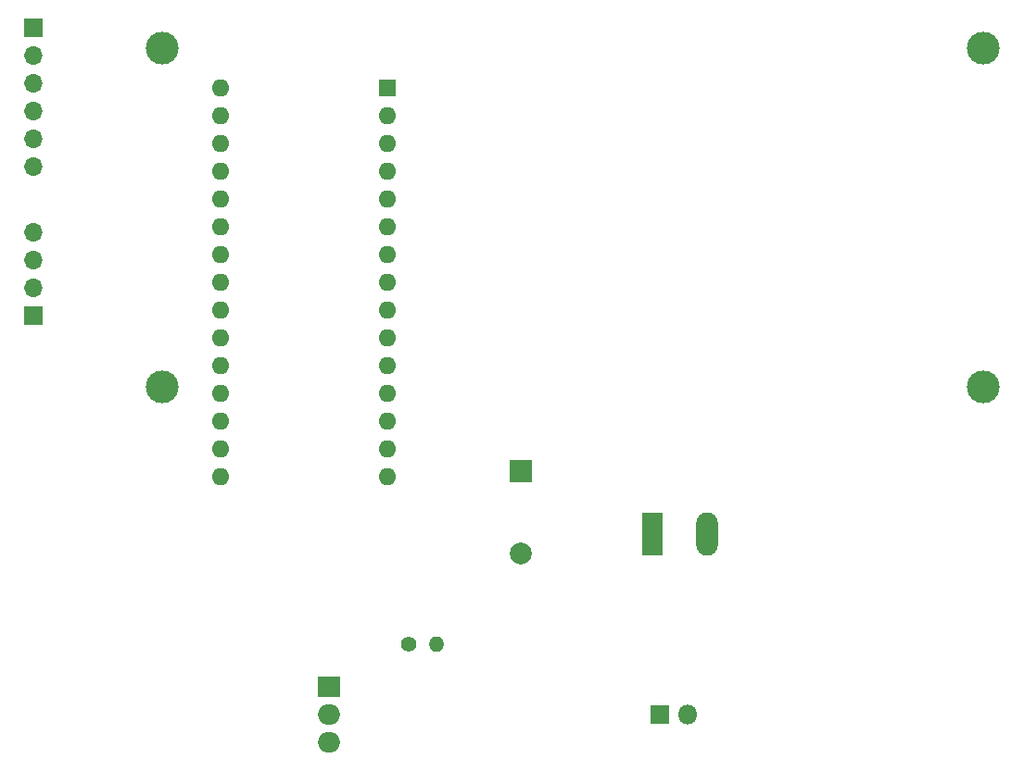
<source format=gbr>
%TF.GenerationSoftware,KiCad,Pcbnew,7.0.7-7.0.7~ubuntu22.04.1*%
%TF.CreationDate,2023-09-20T10:04:04-06:00*%
%TF.ProjectId,ph_meter,70685f6d-6574-4657-922e-6b696361645f,1.1 - E*%
%TF.SameCoordinates,Original*%
%TF.FileFunction,Soldermask,Bot*%
%TF.FilePolarity,Negative*%
%FSLAX46Y46*%
G04 Gerber Fmt 4.6, Leading zero omitted, Abs format (unit mm)*
G04 Created by KiCad (PCBNEW 7.0.7-7.0.7~ubuntu22.04.1) date 2023-09-20 10:04:04*
%MOMM*%
%LPD*%
G01*
G04 APERTURE LIST*
%ADD10C,1.400000*%
%ADD11O,1.400000X1.400000*%
%ADD12R,1.700000X1.700000*%
%ADD13O,1.700000X1.700000*%
%ADD14R,1.600000X1.600000*%
%ADD15O,1.600000X1.600000*%
%ADD16R,1.800000X1.800000*%
%ADD17O,1.800000X1.800000*%
%ADD18R,2.000000X2.000000*%
%ADD19C,2.000000*%
%ADD20R,1.980000X3.960000*%
%ADD21O,1.980000X3.960000*%
%ADD22C,3.000000*%
%ADD23R,2.000000X1.905000*%
%ADD24O,2.000000X1.905000*%
G04 APERTURE END LIST*
D10*
%TO.C,R1*%
X137780000Y-123080000D03*
D11*
X140320000Y-123080000D03*
%TD*%
D12*
%TO.C,J4*%
X103500000Y-66670000D03*
D13*
X103500000Y-69210000D03*
X103500000Y-71750000D03*
X103500000Y-74290000D03*
X103500000Y-76830000D03*
X103500000Y-79370000D03*
%TD*%
D14*
%TO.C,A1*%
X135791360Y-72210000D03*
D15*
X135791360Y-74750000D03*
X135791360Y-77290000D03*
X135791360Y-79830000D03*
X135791360Y-82370000D03*
X135791360Y-84910000D03*
X135791360Y-87450000D03*
X135791360Y-89990000D03*
X135791360Y-92530000D03*
X135791360Y-95070000D03*
X135791360Y-97610000D03*
X135791360Y-100150000D03*
X135791360Y-102690000D03*
X135791360Y-105230000D03*
X135791360Y-107770000D03*
X120551360Y-107770000D03*
X120551360Y-105230000D03*
X120551360Y-102690000D03*
X120551360Y-100150000D03*
X120551360Y-97610000D03*
X120551360Y-95070000D03*
X120551360Y-92530000D03*
X120551360Y-89990000D03*
X120551360Y-87450000D03*
X120551360Y-84910000D03*
X120551360Y-82370000D03*
X120551360Y-79830000D03*
X120551360Y-77290000D03*
X120551360Y-74750000D03*
X120551360Y-72210000D03*
%TD*%
D16*
%TO.C,D1*%
X160705000Y-129500000D03*
D17*
X163245000Y-129500000D03*
%TD*%
D12*
%TO.C,J2*%
X103501360Y-93000000D03*
D13*
X103501360Y-90460000D03*
X103501360Y-87920000D03*
X103501360Y-85380000D03*
%TD*%
D18*
%TO.C,BZ1*%
X148000000Y-107200000D03*
D19*
X148000000Y-114800000D03*
%TD*%
D20*
%TO.C,J3*%
X160000000Y-113000000D03*
D21*
X165000000Y-113000000D03*
%TD*%
D22*
%TO.C,REF\u002A\u002A*%
X115255660Y-68550100D03*
X115255660Y-99550800D03*
X190254240Y-68550100D03*
X190254760Y-99550800D03*
%TD*%
D23*
%TO.C,Q1*%
X130515000Y-126960000D03*
D24*
X130515000Y-129500000D03*
X130515000Y-132040000D03*
%TD*%
M02*

</source>
